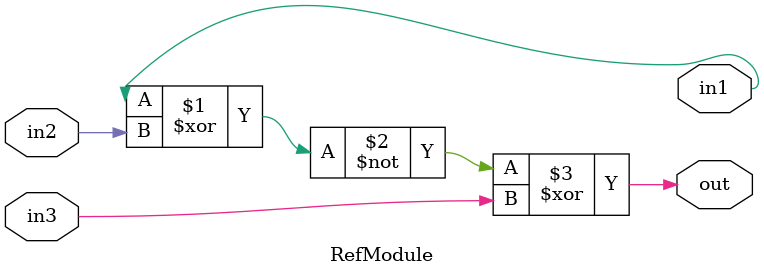
<source format=sv>

module RefModule (
  output in1,
  input in2,
  input in3,
  output wire out
);

  assign out = (~(in1 ^ in2)) ^ in3;

endmodule


</source>
